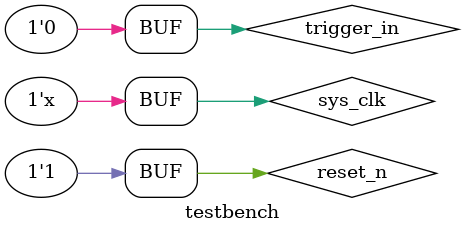
<source format=v>
`timescale 1ns/1ns
module testbench;
   
   wire latch_count,count_enb,count_init;
   reg trigger_in,sys_clk,reset_n;
 trigger_det trigger(trigger_in,sys_clk,reset_n,latch_count,count_enb,count_init);
   
initial
 begin
 $dumpfile ("tb_trigger_det.vcd");
$dumpvars(0,testbench);
$monitor(latch_count,count_enb,count_init,trigger_in,sys_clk,reset_n);
 sys_clk = 0; 
 trigger_in = 0 ;
 reset_n= 1;
 end   
always #20 sys_clk = ~sys_clk;
initial
begin
   #120 trigger_in = 1;
   #40 trigger_in = 0;
   #240 trigger_in =1;
   #40  trigger_in =0;
end




 

 






 





  
endmodule

     

</source>
